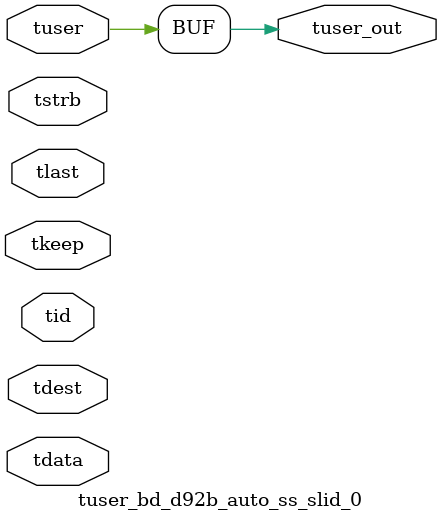
<source format=v>


`timescale 1ps/1ps

module tuser_bd_d92b_auto_ss_slid_0 #
(
parameter C_S_AXIS_TUSER_WIDTH = 1,
parameter C_S_AXIS_TDATA_WIDTH = 32,
parameter C_S_AXIS_TID_WIDTH   = 0,
parameter C_S_AXIS_TDEST_WIDTH = 0,
parameter C_M_AXIS_TUSER_WIDTH = 1
)
(
input  [(C_S_AXIS_TUSER_WIDTH == 0 ? 1 : C_S_AXIS_TUSER_WIDTH)-1:0     ] tuser,
input  [(C_S_AXIS_TDATA_WIDTH == 0 ? 1 : C_S_AXIS_TDATA_WIDTH)-1:0     ] tdata,
input  [(C_S_AXIS_TID_WIDTH   == 0 ? 1 : C_S_AXIS_TID_WIDTH)-1:0       ] tid,
input  [(C_S_AXIS_TDEST_WIDTH == 0 ? 1 : C_S_AXIS_TDEST_WIDTH)-1:0     ] tdest,
input  [(C_S_AXIS_TDATA_WIDTH/8)-1:0 ] tkeep,
input  [(C_S_AXIS_TDATA_WIDTH/8)-1:0 ] tstrb,
input                                                                    tlast,
output [C_M_AXIS_TUSER_WIDTH-1:0] tuser_out
);

assign tuser_out = {tuser[0:0]};

endmodule


</source>
